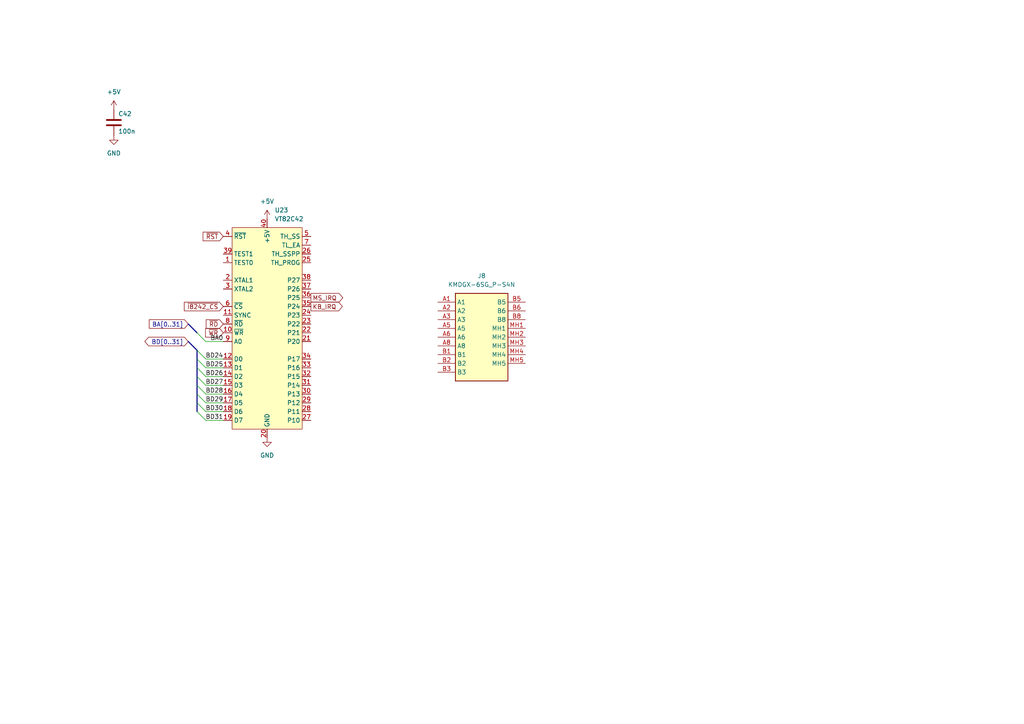
<source format=kicad_sch>
(kicad_sch (version 20230121) (generator eeschema)
  (paper "A4")
  (lib_symbols
    (symbol "Device:C" (pin_numbers hide) (pin_names (offset 0.254))
      (property "Reference" "C" (at 0.635 2.54 0))
      (property "Value" "C" (at 0.635 -2.54 0))
      (symbol "C_0_1"
        (polyline (pts (xy -2.032 -0.762) (xy 2.032 -0.762)) (stroke (width 0.508)))
        (polyline (pts (xy -2.032 0.762) (xy 2.032 0.762)) (stroke (width 0.508)))
      )
      (symbol "C_1_1"
        (pin passive line (at 0 3.81 270) (length 2.794) (name "~") (number "1"))
        (pin passive line (at 0 -3.81 90) (length 2.794) (name "~") (number "2"))
      )
    )
    (symbol "KMDGX-6SG_P-S4N:KMDGX-6SG_P-S4N"
      (property "Reference" "J" (at 21.59 7.62 0))
      (property "Value" "KMDGX-6SG_P-S4N" (at 21.59 5.08 0))
      (symbol "KMDGX-6SG_P-S4N_1_1"
        (rectangle (start 5.08 2.54) (end 20.32 -22.86) (stroke (width 0.254)) (fill (type background)))
        (pin passive line (at 0 0 0) (length 5.08) (name "A1") (number "A1"))
        (pin passive line (at 0 -2.54 0) (length 5.08) (name "A2") (number "A2"))
        (pin passive line (at 0 -5.08 0) (length 5.08) (name "A3") (number "A3"))
        (pin passive line (at 0 -7.62 0) (length 5.08) (name "A5") (number "A5"))
        (pin passive line (at 0 -10.16 0) (length 5.08) (name "A6") (number "A6"))
        (pin passive line (at 0 -12.7 0) (length 5.08) (name "A8") (number "A8"))
        (pin passive line (at 0 -15.24 0) (length 5.08) (name "B1") (number "B1"))
        (pin passive line (at 0 -17.78 0) (length 5.08) (name "B2") (number "B2"))
        (pin passive line (at 0 -20.32 0) (length 5.08) (name "B3") (number "B3"))
        (pin passive line (at 25.4 0 180) (length 5.08) (name "B5") (number "B5"))
        (pin passive line (at 25.4 -2.54 180) (length 5.08) (name "B6") (number "B6"))
        (pin passive line (at 25.4 -5.08 180) (length 5.08) (name "B8") (number "B8"))
        (pin passive line (at 25.4 -7.62 180) (length 5.08) (name "MH1") (number "MH1"))
        (pin passive line (at 25.4 -10.16 180) (length 5.08) (name "MH2") (number "MH2"))
        (pin passive line (at 25.4 -12.7 180) (length 5.08) (name "MH3") (number "MH3"))
        (pin passive line (at 25.4 -15.24 180) (length 5.08) (name "MH4") (number "MH4"))
        (pin passive line (at 25.4 -17.78 180) (length 5.08) (name "MH5") (number "MH5"))
      )
    )
    (symbol "m68k-hbc-ic:VT82C42"
      (property "Reference" "U" (at -5.08 29.21 0))
      (property "Value" "VT82C42" (at 5.08 29.21 0))
      (symbol "VT82C42_1_1"
        (rectangle (start -10.16 27.94) (end 10.16 -30.48) (fill (type background)))
        (pin input line (at -12.7 17.78 0) (length 2.54) (name "TEST0") (number "1"))
        (pin input line (at -12.7 -2.54 0) (length 2.54) (name "~{WR}") (number "10"))
        (pin output line (at -12.7 2.54 0) (length 2.54) (name "SYNC") (number "11"))
        (pin bidirectional line (at -12.7 -10.16 0) (length 2.54) (name "D0") (number "12"))
        (pin bidirectional line (at -12.7 -12.7 0) (length 2.54) (name "D1") (number "13"))
        (pin bidirectional line (at -12.7 -15.24 0) (length 2.54) (name "D2") (number "14"))
        (pin bidirectional line (at -12.7 -17.78 0) (length 2.54) (name "D3") (number "15"))
        (pin bidirectional line (at -12.7 -20.32 0) (length 2.54) (name "D4") (number "16"))
        (pin bidirectional line (at -12.7 -22.86 0) (length 2.54) (name "D5") (number "17"))
        (pin bidirectional line (at -12.7 -25.4 0) (length 2.54) (name "D6") (number "18"))
        (pin bidirectional line (at -12.7 -27.94 0) (length 2.54) (name "D7") (number "19"))
        (pin input line (at -12.7 12.7 0) (length 2.54) (name "XTAL1") (number "2"))
        (pin power_in line (at 0 -33.02 90) (length 2.54) (name "GND") (number "20"))
        (pin output line (at 12.7 -5.08 180) (length 2.54) (name "P20") (number "21"))
        (pin output line (at 12.7 -2.54 180) (length 2.54) (name "P21") (number "22"))
        (pin output line (at 12.7 0 180) (length 2.54) (name "P22") (number "23"))
        (pin output line (at 12.7 2.54 180) (length 2.54) (name "P23") (number "24"))
        (pin input line (at 12.7 17.78 180) (length 2.54) (name "TH_PROG") (number "25"))
        (pin input line (at 12.7 20.32 180) (length 2.54) (name "TH_SSPP") (number "26"))
        (pin bidirectional line (at 12.7 -27.94 180) (length 2.54) (name "P10") (number "27"))
        (pin bidirectional line (at 12.7 -25.4 180) (length 2.54) (name "P11") (number "28"))
        (pin bidirectional line (at 12.7 -22.86 180) (length 2.54) (name "P12") (number "29"))
        (pin input line (at -12.7 10.16 0) (length 2.54) (name "XTAL2") (number "3"))
        (pin bidirectional line (at 12.7 -20.32 180) (length 2.54) (name "P13") (number "30"))
        (pin bidirectional line (at 12.7 -17.78 180) (length 2.54) (name "P14") (number "31"))
        (pin bidirectional line (at 12.7 -15.24 180) (length 2.54) (name "P15") (number "32"))
        (pin input line (at 12.7 -12.7 180) (length 2.54) (name "P16") (number "33"))
        (pin input line (at 12.7 -10.16 180) (length 2.54) (name "P17") (number "34"))
        (pin output line (at 12.7 5.08 180) (length 2.54) (name "P24") (number "35"))
        (pin output line (at 12.7 7.62 180) (length 2.54) (name "P25") (number "36"))
        (pin output line (at 12.7 10.16 180) (length 2.54) (name "P26") (number "37"))
        (pin output line (at 12.7 12.7 180) (length 2.54) (name "P27") (number "38"))
        (pin input line (at -12.7 20.32 0) (length 2.54) (name "TEST1") (number "39"))
        (pin input line (at -12.7 25.4 0) (length 2.54) (name "~{RST}") (number "4"))
        (pin power_in line (at 0 30.48 270) (length 2.54) (name "+5V") (number "40"))
        (pin input line (at 12.7 25.4 180) (length 2.54) (name "TH_SS") (number "5"))
        (pin input line (at -12.7 5.08 0) (length 2.54) (name "~{CS}") (number "6"))
        (pin input line (at 12.7 22.86 180) (length 2.54) (name "TL_EA") (number "7"))
        (pin input line (at -12.7 0 0) (length 2.54) (name "~{RD}") (number "8"))
        (pin input line (at -12.7 -5.08 0) (length 2.54) (name "A0") (number "9"))
      )
    )
    (symbol "power:+5V" (power) (pin_names (offset 0))
      (property "Value" "+5V" (at 0 3.556 0))
      (symbol "+5V_0_1"
        (polyline (pts (xy -0.762 1.27) (xy 0 2.54)))
        (polyline (pts (xy 0 0) (xy 0 2.54)))
        (polyline (pts (xy 0 2.54) (xy 0.762 1.27)))
      )
      (symbol "+5V_1_1"
        (pin power_in line (at 0 0 90) (length 0) hide (name "+5V") (number "1"))
      )
    )
    (symbol "power:GND" (power) (pin_names (offset 0))
      (property "Value" "GND" (at 0 -3.81 0))
      (symbol "GND_0_1"
        (polyline (pts (xy 0 0) (xy 0 -1.27) (xy 1.27 -1.27) (xy 0 -2.54) (xy -1.27 -1.27) (xy 0 -1.27)))
      )
      (symbol "GND_1_1"
        (pin power_in line (at 0 0 270) (length 0) hide (name "GND") (number "1"))
      )
    )
  )
  (bus_entry (at 59.69 116.84) (size -2.54 -2.54))
  (bus_entry (at 59.69 109.22) (size -2.54 -2.54))
  (bus_entry (at 59.69 106.68) (size -2.54 -2.54))
  (bus_entry (at 59.69 121.92) (size -2.54 -2.54))
  (bus_entry (at 59.69 119.38) (size -2.54 -2.54))
  (bus_entry (at 59.69 99.06) (size -2.54 -2.54))
  (bus_entry (at 59.69 104.14) (size -2.54 -2.54))
  (bus_entry (at 59.69 114.3) (size -2.54 -2.54))
  (bus_entry (at 59.69 111.76) (size -2.54 -2.54))
  (bus (pts (xy 54.61 99.06) (xy 57.15 101.6)))
  (wire (pts (xy 59.69 104.14) (xy 64.77 104.14)))
  (bus (pts (xy 57.15 96.52) (xy 54.61 93.98)))
  (bus (pts (xy 57.15 119.38) (xy 57.15 116.84)))
  (bus (pts (xy 57.15 104.14) (xy 57.15 101.6)))
  (bus (pts (xy 57.15 109.22) (xy 57.15 106.68)))
  (wire (pts (xy 59.69 116.84) (xy 64.77 116.84)))
  (wire (pts (xy 59.69 119.38) (xy 64.77 119.38)))
  (bus (pts (xy 57.15 111.76) (xy 57.15 109.22)))
  (wire (pts (xy 59.69 114.3) (xy 64.77 114.3)))
  (wire (pts (xy 59.69 121.92) (xy 64.77 121.92)))
  (wire (pts (xy 59.69 109.22) (xy 64.77 109.22)))
  (bus (pts (xy 57.15 114.3) (xy 57.15 111.76)))
  (wire (pts (xy 59.69 99.06) (xy 64.77 99.06)))
  (wire (pts (xy 59.69 106.68) (xy 64.77 106.68)))
  (wire (pts (xy 59.69 111.76) (xy 64.77 111.76)))
  (bus (pts (xy 57.15 116.84) (xy 57.15 114.3)))
  (bus (pts (xy 57.15 106.68) (xy 57.15 104.14)))
  (label "BA0" (at 64.77 99.06 180))
  (label "BD24" (at 64.77 104.14 180))
  (label "BD28" (at 64.77 114.3 180))
  (label "BD27" (at 64.77 111.76 180))
  (label "BD30" (at 64.77 119.38 180))
  (label "BD26" (at 64.77 109.22 180))
  (label "BD31" (at 64.77 121.92 180))
  (label "BD29" (at 64.77 116.84 180))
  (label "BD25" (at 64.77 106.68 180))
  (global_label "~{WR}" (shape input) (at 64.77 96.52 180) (property "Intersheetrefs" "${INTERSHEET_REFS}" (effects hide)))
  (global_label "BA[0..31]" (shape input) (at 54.61 93.98 180) (property "Intersheetrefs" "${INTERSHEET_REFS}" (effects hide)))
  (global_label "MS_IRQ" (shape output) (at 90.17 86.36 0) (property "Intersheetrefs" "${INTERSHEET_REFS}" (effects hide)))
  (global_label "~{I8242_CS}" (shape input) (at 64.77 88.9 180) (property "Intersheetrefs" "${INTERSHEET_REFS}" (effects hide)))
  (global_label "KB_IRQ" (shape output) (at 90.17 88.9 0) (property "Intersheetrefs" "${INTERSHEET_REFS}" (effects hide)))
  (global_label "BD[0..31]" (shape bidirectional) (at 54.61 99.06 180) (property "Intersheetrefs" "${INTERSHEET_REFS}" (effects hide)))
  (global_label "~{RST}" (shape input) (at 64.77 68.58 180) (property "Intersheetrefs" "${INTERSHEET_REFS}" (effects hide)))
  (global_label "~{RD}" (shape input) (at 64.77 93.98 180) (property "Intersheetrefs" "${INTERSHEET_REFS}" (effects hide)))
  (symbol (lib_id "KMDGX-6SG_P-S4N:KMDGX-6SG_P-S4N") (at 127 87.63 0) (unit 1)
    (property "Reference" "J8" (at 139.7 80.01 0))
    (property "Value" "KMDGX-6SG_P-S4N" (at 139.7 82.55 0))
    (property "Footprint" "KMDGX6SGPS4N:KMDGX6SGPS4N" (effects hide))
    (property "Datasheet" "http://www.kycon.com/Pub_Eng_Draw/KMDGX-6SG-P-S4N.pdf" (effects hide))
    (property "Height" "28.55" (effects hide))
    (property "Mouser Part Number" "806-KMDGX-6SGP-S4N" (effects hide))
    (property "Mouser Price/Stock" "https://www.mouser.co.uk/ProductDetail/Kycon/KMDGX-6SG-P-S4N?qs=wzaPhkLM3Q5CI9SGP7X58Q%3D%3D" (effects hide))
    (property "Manufacturer_Name" "Kycon" (effects hide))
    (property "Manufacturer_Part_Number" "KMDGX-6SG/P-S4N" (effects hide))
  )
  (symbol (lib_id "power:GND") (at 33.02 39.37 0) (unit 1)
    (property "Reference" "#PWR0105" (effects hide))
    (property "Value" "GND" (at 33.02 44.45 0))
  )
  (symbol (lib_id "power:+5V") (at 77.47 63.5 0) (unit 1)
    (property "Reference" "#PWR0106" (effects hide))
    (property "Value" "+5V" (at 77.47 58.42 0))
  )
  (symbol (lib_id "power:GND") (at 77.47 127 0) (unit 1)
    (property "Reference" "#PWR0107" (effects hide))
    (property "Value" "GND" (at 77.47 132.08 0))
  )
  (symbol (lib_id "power:+5V") (at 33.02 31.75 0) (unit 1)
    (property "Reference" "#PWR0104" (effects hide))
    (property "Value" "+5V" (at 33.02 26.67 0))
  )
  (symbol (lib_id "m68k-hbc-ic:VT82C42") (at 77.47 93.98 0) (unit 1)
    (property "Reference" "U23" (at 79.6641 60.96 0) (effects (justify left)))
    (property "Value" "VT82C42" (at 79.6641 63.5 0) (effects (justify left)))
    (property "Footprint" "Package_DIP:DIP-40_W15.24mm_Socket" (effects hide))
    (property "Datasheet" "http://www.bitsavers.org/components/viaTechnologies/VT82C42_Keyboard_Controller_199511.pdf" (effects hide))
  )
  (symbol (lib_id "Device:C") (at 33.02 35.56 0) (unit 1)
    (property "Reference" "C42" (at 34.29 33.02 0) (effects (justify left)))
    (property "Value" "100n" (at 34.29 38.1 0) (effects (justify left)))
    (property "Footprint" "Capacitor_THT:C_Disc_D4.3mm_W1.9mm_P5.00mm" (effects hide))
  )
)
</source>
